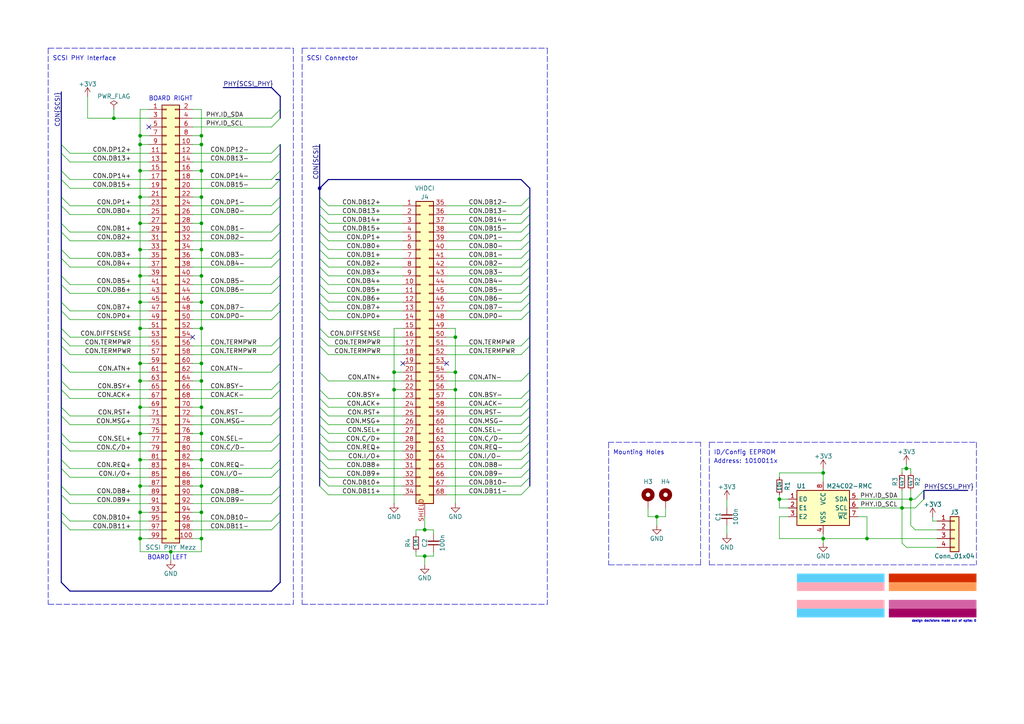
<source format=kicad_sch>
(kicad_sch (version 20231120) (generator "eeschema") (generator_version "8.0")
  (paper "A4")
  (title_block (title "Squishy -  ICD 50") (date "2024-08-22") (rev "1") (company "Shrine Maiden Heavy Industries") (comment 1 "License:  CERN-OHL-S") (comment 2 "© 2024 Aki 'lethalbit' Van Ness, et. al.") (comment 4 "Squishy - SCSI Multitool"))
  (bus_alias "SCSI" (members "DB0+" "DB0-" "DB1+" "DB1-" "DB2+" "DB2-" "DB3+" "DB3-" "DB4+" "DB4-" "DB5+" "DB5-" "DB6+" "DB6-" "DB7+" "DB7-" "DB8+" "DB8-" "DB9+" "DB9-" "DB10+" "DB10-" "DB11+" "DB11-" "DB12+" "DB12-" "DB13+" "DB13-" "DB14+" "DB14-" "DB15+" "DB15-" "DP0+" "DP0-" "DP1+" "DP1-" "ATN+" "ATN-" "BSY+" "BSY-" "ACK+" "ACK-" "RST+" "RST-" "MSG+" "MSG-" "SEL+" "SEL-" "C/D+" "C/D-" "REQ+" "REQ-" "I/O+" "I/O-" "DIFFSENSE" "TERMPWR"))
  (bus_alias "SCSI_PHY" (members "DB[0..15]" "DP[0..1]" "ATN" "BSY" "ACK" "RST" "MSG" "SEL" "C/D" "REQ" "I/O" "ID_SDA" "ID_SCL" "~{PHY_PRSNT}" "TERMPW_EN" "LS_CTRL[0..5]" "DBL_DIR" "DBH_DIR" "INIT_DIR" "TRGT_DIR" "SEL_DIR" "RST_DIR" "BSY_DIR"))
  (junction (at 40.64 87.63))
  (junction (at 40.64 41.91))
  (junction (at 226.06 144.78))
  (junction (at 40.64 133.35))
  (junction (at 58.42 80.01))
  (junction (at 238.76 137.16))
  (junction (at 58.42 64.77))
  (junction (at 123.19 153.67))
  (junction (at 58.42 118.11))
  (junction (at 114.3 113.03))
  (junction (at 40.64 110.49))
  (junction (at 40.64 148.59))
  (junction (at 58.42 41.91))
  (junction (at 58.42 133.35))
  (junction (at 40.64 95.25))
  (junction (at 190.5 149.86))
  (junction (at 114.3 107.95))
  (junction (at 261.62 147.32))
  (junction (at 132.08 113.03))
  (junction (at 58.42 125.73))
  (junction (at 40.64 64.77))
  (junction (at 58.42 87.63))
  (junction (at 92.71 54.61))
  (junction (at 40.64 39.37))
  (junction (at 40.64 156.21))
  (junction (at 58.42 140.97))
  (junction (at 58.42 49.53))
  (junction (at 262.89 135.89))
  (junction (at 132.08 97.79))
  (junction (at 58.42 72.39))
  (junction (at 264.16 144.78))
  (junction (at 40.64 140.97))
  (junction (at 40.64 72.39))
  (junction (at 58.42 39.37))
  (junction (at 58.42 110.49))
  (junction (at 40.64 118.11))
  (junction (at 123.19 161.29))
  (junction (at 40.64 57.15))
  (junction (at 251.46 156.21))
  (junction (at 58.42 105.41))
  (junction (at 238.76 156.21))
  (junction (at 58.42 57.15))
  (junction (at 58.42 148.59))
  (junction (at 49.53 160.02))
  (junction (at 40.64 80.01))
  (junction (at 40.64 125.73))
  (junction (at 58.42 156.21))
  (junction (at 132.08 107.95))
  (junction (at 33.02 34.29))
  (junction (at 58.42 95.25))
  (junction (at 40.64 49.53))
  (junction (at 40.64 105.41))
  (no_connect (at 55.88 97.79))
  (no_connect (at 116.84 105.41))
  (no_connect (at 129.54 105.41))
  (no_connect (at 43.18 36.83))
  (bus_entry (at 17.78 44.45) (size 2.54 2.54))
  (bus_entry (at 81.28 82.55) (size -2.54 2.54))
  (bus_entry (at 153.67 67.31) (size -2.54 2.54))
  (bus_entry (at 92.71 138.43) (size 2.54 2.54))
  (bus_entry (at 17.78 135.89) (size 2.54 2.54))
  (bus_entry (at 92.71 113.03) (size 2.54 2.54))
  (bus_entry (at 81.28 80.01) (size -2.54 2.54))
  (bus_entry (at 92.71 107.95) (size 2.54 2.54))
  (bus_entry (at 17.78 74.93) (size 2.54 2.54))
  (bus_entry (at 153.67 59.69) (size -2.54 2.54))
  (bus_entry (at 81.28 100.33) (size -2.54 2.54))
  (bus_entry (at 81.28 64.77) (size -2.54 2.54))
  (bus_entry (at 81.28 135.89) (size -2.54 2.54))
  (bus_entry (at 17.78 95.25) (size 2.54 2.54))
  (bus_entry (at 92.71 69.85) (size 2.54 2.54))
  (bus_entry (at 153.67 113.03) (size -2.54 2.54))
  (bus_entry (at 153.67 140.97) (size -2.54 2.54))
  (bus_entry (at 153.67 125.73) (size -2.54 2.54))
  (bus_entry (at 153.67 90.17) (size -2.54 2.54))
  (bus_entry (at 267.97 144.78) (size -2.54 2.54))
  (bus_entry (at 92.71 64.77) (size 2.54 2.54))
  (bus_entry (at 81.28 97.79) (size -2.54 2.54))
  (bus_entry (at 153.67 77.47) (size -2.54 2.54))
  (bus_entry (at 81.28 128.27) (size -2.54 2.54))
  (bus_entry (at 153.67 118.11) (size -2.54 2.54))
  (bus_entry (at 81.28 118.11) (size -2.54 2.54))
  (bus_entry (at 153.67 82.55) (size -2.54 2.54))
  (bus_entry (at 17.78 125.73) (size 2.54 2.54))
  (bus_entry (at 81.28 110.49) (size -2.54 2.54))
  (bus_entry (at 92.71 95.25) (size 2.54 2.54))
  (bus_entry (at 81.28 143.51) (size -2.54 2.54))
  (bus_entry (at 92.71 118.11) (size 2.54 2.54))
  (bus_entry (at 92.71 74.93) (size 2.54 2.54))
  (bus_entry (at 17.78 140.97) (size 2.54 2.54))
  (bus_entry (at 17.78 49.53) (size 2.54 2.54))
  (bus_entry (at 153.67 100.33) (size -2.54 2.54))
  (bus_entry (at 153.67 97.79) (size -2.54 2.54))
  (bus_entry (at 81.28 125.73) (size -2.54 2.54))
  (bus_entry (at 92.71 130.81) (size 2.54 2.54))
  (bus_entry (at 17.78 118.11) (size 2.54 2.54))
  (bus_entry (at 17.78 64.77) (size 2.54 2.54))
  (bus_entry (at 92.71 72.39) (size 2.54 2.54))
  (bus_entry (at 153.67 115.57) (size -2.54 2.54))
  (bus_entry (at 81.28 52.07) (size -2.54 2.54))
  (bus_entry (at 92.71 80.01) (size 2.54 2.54))
  (bus_entry (at 81.28 74.93) (size -2.54 2.54))
  (bus_entry (at 153.67 138.43) (size -2.54 2.54))
  (bus_entry (at 81.28 90.17) (size -2.54 2.54))
  (bus_entry (at 153.67 87.63) (size -2.54 2.54))
  (bus_entry (at 17.78 87.63) (size 2.54 2.54))
  (bus_entry (at 81.28 87.63) (size -2.54 2.54))
  (bus_entry (at 92.71 123.19) (size 2.54 2.54))
  (bus_entry (at 17.78 82.55) (size 2.54 2.54))
  (bus_entry (at 92.71 135.89) (size 2.54 2.54))
  (bus_entry (at 17.78 148.59) (size 2.54 2.54))
  (bus_entry (at 153.67 74.93) (size -2.54 2.54))
  (bus_entry (at 17.78 57.15) (size 2.54 2.54))
  (bus_entry (at 153.67 64.77) (size -2.54 2.54))
  (bus_entry (at 153.67 135.89) (size -2.54 2.54))
  (bus_entry (at 17.78 59.69) (size 2.54 2.54))
  (bus_entry (at 81.28 44.45) (size -2.54 2.54))
  (bus_entry (at 92.71 62.23) (size 2.54 2.54))
  (bus_entry (at 92.71 85.09) (size 2.54 2.54))
  (bus_entry (at 267.97 142.24) (size -2.54 2.54))
  (bus_entry (at 92.71 59.69) (size 2.54 2.54))
  (bus_entry (at 17.78 90.17) (size 2.54 2.54))
  (bus_entry (at 81.28 59.69) (size -2.54 2.54))
  (bus_entry (at 92.71 120.65) (size 2.54 2.54))
  (bus_entry (at 17.78 113.03) (size 2.54 2.54))
  (bus_entry (at 92.71 128.27) (size 2.54 2.54))
  (bus_entry (at 92.71 90.17) (size 2.54 2.54))
  (bus_entry (at 17.78 105.41) (size 2.54 2.54))
  (bus_entry (at 81.28 113.03) (size -2.54 2.54))
  (bus_entry (at 17.78 52.07) (size 2.54 2.54))
  (bus_entry (at 92.71 140.97) (size 2.54 2.54))
  (bus_entry (at 17.78 110.49) (size 2.54 2.54))
  (bus_entry (at 17.78 72.39) (size 2.54 2.54))
  (bus_entry (at 153.67 120.65) (size -2.54 2.54))
  (bus_entry (at 81.28 120.65) (size -2.54 2.54))
  (bus_entry (at 81.28 34.29) (size -2.54 2.54))
  (bus_entry (at 81.28 57.15) (size -2.54 2.54))
  (bus_entry (at 17.78 80.01) (size 2.54 2.54))
  (bus_entry (at 17.78 41.91) (size 2.54 2.54))
  (bus_entry (at 81.28 41.91) (size -2.54 2.54))
  (bus_entry (at 92.71 125.73) (size 2.54 2.54))
  (bus_entry (at 92.71 87.63) (size 2.54 2.54))
  (bus_entry (at 17.78 151.13) (size 2.54 2.54))
  (bus_entry (at 153.67 133.35) (size -2.54 2.54))
  (bus_entry (at 81.28 31.75) (size -2.54 2.54))
  (bus_entry (at 81.28 151.13) (size -2.54 2.54))
  (bus_entry (at 81.28 72.39) (size -2.54 2.54))
  (bus_entry (at 92.71 82.55) (size 2.54 2.54))
  (bus_entry (at 81.28 148.59) (size -2.54 2.54))
  (bus_entry (at 17.78 97.79) (size 2.54 2.54))
  (bus_entry (at 17.78 100.33) (size 2.54 2.54))
  (bus_entry (at 81.28 49.53) (size -2.54 2.54))
  (bus_entry (at 153.67 57.15) (size -2.54 2.54))
  (bus_entry (at 153.67 85.09) (size -2.54 2.54))
  (bus_entry (at 17.78 120.65) (size 2.54 2.54))
  (bus_entry (at 153.67 123.19) (size -2.54 2.54))
  (bus_entry (at 17.78 67.31) (size 2.54 2.54))
  (bus_entry (at 17.78 128.27) (size 2.54 2.54))
  (bus_entry (at 17.78 133.35) (size 2.54 2.54))
  (bus_entry (at 81.28 105.41) (size -2.54 2.54))
  (bus_entry (at 81.28 67.31) (size -2.54 2.54))
  (bus_entry (at 153.67 107.95) (size -2.54 2.54))
  (bus_entry (at 81.28 140.97) (size -2.54 2.54))
  (bus_entry (at 92.71 97.79) (size 2.54 2.54))
  (bus_entry (at 17.78 143.51) (size 2.54 2.54))
  (bus_entry (at 92.71 100.33) (size 2.54 2.54))
  (bus_entry (at 153.67 72.39) (size -2.54 2.54))
  (bus_entry (at 153.67 130.81) (size -2.54 2.54))
  (bus_entry (at 92.71 67.31) (size 2.54 2.54))
  (bus_entry (at 92.71 77.47) (size 2.54 2.54))
  (bus_entry (at 153.67 62.23) (size -2.54 2.54))
  (bus_entry (at 92.71 57.15) (size 2.54 2.54))
  (bus_entry (at 153.67 128.27) (size -2.54 2.54))
  (bus_entry (at 153.67 80.01) (size -2.54 2.54))
  (bus_entry (at 153.67 69.85) (size -2.54 2.54))
  (bus_entry (at 92.71 115.57) (size 2.54 2.54))
  (bus_entry (at 81.28 133.35) (size -2.54 2.54))
  (bus_entry (at 92.71 133.35) (size 2.54 2.54))
  (wire (pts (xy 95.25 110.49) (xy 116.84 110.49)))
  (wire (pts (xy 129.54 110.49) (xy 151.13 110.49)))
  (wire (pts (xy 114.3 113.03) (xy 116.84 113.03)))
  (wire (pts (xy 20.32 92.71) (xy 43.18 92.71)))
  (wire (pts (xy 20.32 67.31) (xy 43.18 67.31)))
  (wire (pts (xy 20.32 146.05) (xy 43.18 146.05)))
  (wire (pts (xy 55.88 156.21) (xy 58.42 156.21)))
  (wire (pts (xy 125.73 154.94) (xy 125.73 153.67)))
  (wire (pts (xy 20.32 97.79) (xy 43.18 97.79)))
  (bus (pts (xy 92.71 125.73) (xy 92.71 128.27)))
  (wire (pts (xy 55.88 31.75) (xy 58.42 31.75)))
  (wire (pts (xy 78.74 115.57) (xy 55.88 115.57)))
  (wire (pts (xy 95.25 143.51) (xy 116.84 143.51)))
  (wire (pts (xy 78.74 102.87) (xy 55.88 102.87)))
  (wire (pts (xy 55.88 57.15) (xy 58.42 57.15)))
  (bus (pts (xy 81.28 120.65) (xy 81.28 125.73)))
  (wire (pts (xy 20.32 123.19) (xy 43.18 123.19)))
  (wire (pts (xy 58.42 87.63) (xy 58.42 95.25)))
  (wire (pts (xy 95.25 100.33) (xy 116.84 100.33)))
  (bus (pts (xy 81.28 82.55) (xy 81.28 87.63)))
  (wire (pts (xy 78.74 74.93) (xy 55.88 74.93)))
  (polyline (pts (xy 176.53 128.27) (xy 176.53 163.83)) (stroke (width 0) (type dash)))
  (bus (pts (xy 17.78 95.25) (xy 17.78 97.79)))
  (wire (pts (xy 226.06 143.51) (xy 226.06 144.78)))
  (polyline (pts (xy 158.75 13.97) (xy 158.75 175.26)) (stroke (width 0) (type dash)))
  (bus (pts (xy 81.28 97.79) (xy 81.28 100.33)))
  (wire (pts (xy 129.54 95.25) (xy 132.08 95.25)))
  (wire (pts (xy 20.32 62.23) (xy 43.18 62.23)))
  (wire (pts (xy 151.13 100.33) (xy 129.54 100.33)))
  (wire (pts (xy 125.73 160.02) (xy 125.73 161.29)))
  (wire (pts (xy 114.3 107.95) (xy 116.84 107.95)))
  (wire (pts (xy 251.46 149.86) (xy 251.46 156.21)))
  (wire (pts (xy 264.16 142.24) (xy 264.16 144.78)))
  (wire (pts (xy 55.88 110.49) (xy 58.42 110.49)))
  (wire (pts (xy 95.25 85.09) (xy 116.84 85.09)))
  (wire (pts (xy 49.53 160.02) (xy 49.53 162.56)))
  (wire (pts (xy 55.88 41.91) (xy 58.42 41.91)))
  (wire (pts (xy 78.74 113.03) (xy 55.88 113.03)))
  (wire (pts (xy 78.74 153.67) (xy 55.88 153.67)))
  (wire (pts (xy 78.74 62.23) (xy 55.88 62.23)))
  (wire (pts (xy 123.19 153.67) (xy 125.73 153.67)))
  (bus (pts (xy 153.67 67.31) (xy 153.67 69.85)))
  (wire (pts (xy 25.4 27.94) (xy 25.4 34.29)))
  (wire (pts (xy 95.25 118.11) (xy 116.84 118.11)))
  (wire (pts (xy 43.18 57.15) (xy 40.64 57.15)))
  (wire (pts (xy 129.54 143.51) (xy 151.13 143.51)))
  (bus (pts (xy 81.28 100.33) (xy 81.28 105.41)))
  (bus (pts (xy 20.32 171.45) (xy 78.74 171.45)))
  (bus (pts (xy 153.67 72.39) (xy 153.67 74.93)))
  (bus (pts (xy 17.78 133.35) (xy 17.78 135.89)))
  (wire (pts (xy 33.02 34.29) (xy 43.18 34.29)))
  (bus (pts (xy 81.28 118.11) (xy 81.28 120.65)))
  (wire (pts (xy 40.64 64.77) (xy 40.64 72.39)))
  (wire (pts (xy 270.51 151.13) (xy 271.78 151.13)))
  (polyline (pts (xy 87.63 13.97) (xy 158.75 13.97)) (stroke (width 0) (type dash)))
  (wire (pts (xy 270.51 149.86) (xy 270.51 151.13)))
  (wire (pts (xy 20.32 69.85) (xy 43.18 69.85)))
  (wire (pts (xy 58.42 41.91) (xy 58.42 49.53)))
  (wire (pts (xy 114.3 113.03) (xy 114.3 146.05)))
  (bus (pts (xy 153.67 113.03) (xy 153.67 115.57)))
  (wire (pts (xy 78.74 67.31) (xy 55.88 67.31)))
  (bus (pts (xy 17.78 120.65) (xy 17.78 125.73)))
  (bus (pts (xy 81.28 128.27) (xy 81.28 133.35)))
  (wire (pts (xy 40.64 49.53) (xy 40.64 57.15)))
  (bus (pts (xy 81.28 64.77) (xy 81.28 67.31)))
  (wire (pts (xy 265.43 153.67) (xy 264.16 152.4)))
  (wire (pts (xy 95.25 74.93) (xy 116.84 74.93)))
  (bus (pts (xy 92.71 62.23) (xy 92.71 64.77)))
  (bus (pts (xy 153.67 62.23) (xy 153.67 64.77)))
  (wire (pts (xy 40.64 160.02) (xy 49.53 160.02)))
  (wire (pts (xy 20.32 77.47) (xy 43.18 77.47)))
  (wire (pts (xy 95.25 87.63) (xy 116.84 87.63)))
  (wire (pts (xy 40.64 72.39) (xy 40.64 80.01)))
  (bus (pts (xy 81.28 59.69) (xy 81.28 64.77)))
  (wire (pts (xy 95.25 69.85) (xy 116.84 69.85)))
  (wire (pts (xy 132.08 113.03) (xy 132.08 146.05)))
  (bus (pts (xy 81.28 49.53) (xy 81.28 52.07)))
  (wire (pts (xy 25.4 34.29) (xy 33.02 34.29)))
  (wire (pts (xy 58.42 80.01) (xy 58.42 87.63)))
  (bus (pts (xy 92.71 85.09) (xy 92.71 87.63)))
  (wire (pts (xy 43.18 95.25) (xy 40.64 95.25)))
  (wire (pts (xy 129.54 115.57) (xy 151.13 115.57)))
  (bus (pts (xy 95.25 52.07) (xy 151.13 52.07)))
  (bus (pts (xy 92.71 77.47) (xy 92.71 80.01)))
  (bus (pts (xy 17.78 105.41) (xy 17.78 110.49)))
  (bus (pts (xy 81.28 27.94) (xy 81.28 31.75)))
  (wire (pts (xy 95.25 72.39) (xy 116.84 72.39)))
  (wire (pts (xy 226.06 149.86) (xy 226.06 156.21)))
  (wire (pts (xy 78.74 77.47) (xy 55.88 77.47)))
  (wire (pts (xy 78.74 85.09) (xy 55.88 85.09)))
  (wire (pts (xy 40.64 41.91) (xy 40.64 49.53)))
  (bus (pts (xy 17.78 118.11) (xy 17.78 120.65)))
  (wire (pts (xy 78.74 90.17) (xy 55.88 90.17)))
  (wire (pts (xy 95.25 130.81) (xy 116.84 130.81)))
  (wire (pts (xy 33.02 31.75) (xy 33.02 34.29)))
  (bus (pts (xy 17.78 110.49) (xy 17.78 113.03)))
  (bus (pts (xy 153.67 59.69) (xy 153.67 62.23)))
  (wire (pts (xy 262.89 135.89) (xy 264.16 135.89)))
  (wire (pts (xy 55.88 87.63) (xy 58.42 87.63)))
  (wire (pts (xy 55.88 125.73) (xy 58.42 125.73)))
  (bus (pts (xy 81.28 31.75) (xy 81.28 34.29)))
  (wire (pts (xy 187.96 147.32) (xy 187.96 149.86)))
  (wire (pts (xy 226.06 144.78) (xy 228.6 144.78)))
  (wire (pts (xy 55.88 72.39) (xy 58.42 72.39)))
  (bus (pts (xy 267.97 142.24) (xy 280.67 142.24)))
  (wire (pts (xy 262.89 134.62) (xy 262.89 135.89)))
  (wire (pts (xy 114.3 95.25) (xy 114.3 107.95)))
  (wire (pts (xy 58.42 49.53) (xy 58.42 57.15)))
  (wire (pts (xy 251.46 156.21) (xy 271.78 156.21)))
  (wire (pts (xy 129.54 118.11) (xy 151.13 118.11)))
  (wire (pts (xy 43.18 64.77) (xy 40.64 64.77)))
  (bus (pts (xy 17.78 135.89) (xy 17.78 140.97)))
  (wire (pts (xy 271.78 153.67) (xy 265.43 153.67)))
  (wire (pts (xy 78.74 120.65) (xy 55.88 120.65)))
  (wire (pts (xy 129.54 80.01) (xy 151.13 80.01)))
  (bus (pts (xy 153.67 123.19) (xy 153.67 125.73)))
  (wire (pts (xy 58.42 95.25) (xy 58.42 105.41)))
  (polyline (pts (xy 13.97 13.97) (xy 13.97 175.26)) (stroke (width 0) (type dash)))
  (wire (pts (xy 43.18 110.49) (xy 40.64 110.49)))
  (wire (pts (xy 78.74 128.27) (xy 55.88 128.27)))
  (bus (pts (xy 81.28 80.01) (xy 81.28 82.55)))
  (wire (pts (xy 58.42 156.21) (xy 58.42 160.02)))
  (bus (pts (xy 92.71 87.63) (xy 92.71 90.17)))
  (bus (pts (xy 153.67 74.93) (xy 153.67 77.47)))
  (polyline (pts (xy 85.09 13.97) (xy 85.09 175.26)) (stroke (width 0) (type dash)))
  (bus (pts (xy 17.78 49.53) (xy 17.78 52.07)))
  (wire (pts (xy 55.88 118.11) (xy 58.42 118.11)))
  (wire (pts (xy 78.74 46.99) (xy 55.88 46.99)))
  (wire (pts (xy 129.54 113.03) (xy 132.08 113.03)))
  (wire (pts (xy 95.25 138.43) (xy 116.84 138.43)))
  (wire (pts (xy 40.64 110.49) (xy 40.64 118.11)))
  (bus (pts (xy 153.67 69.85) (xy 153.67 72.39)))
  (wire (pts (xy 129.54 135.89) (xy 151.13 135.89)))
  (wire (pts (xy 20.32 128.27) (xy 43.18 128.27)))
  (wire (pts (xy 55.88 36.83) (xy 78.74 36.83)))
  (wire (pts (xy 95.25 64.77) (xy 116.84 64.77)))
  (wire (pts (xy 129.54 120.65) (xy 151.13 120.65)))
  (bus (pts (xy 92.71 118.11) (xy 92.71 120.65)))
  (wire (pts (xy 20.32 113.03) (xy 43.18 113.03)))
  (bus (pts (xy 153.67 82.55) (xy 153.67 85.09)))
  (wire (pts (xy 55.88 105.41) (xy 58.42 105.41)))
  (wire (pts (xy 129.54 87.63) (xy 151.13 87.63)))
  (wire (pts (xy 55.88 39.37) (xy 58.42 39.37)))
  (bus (pts (xy 80.01 52.07) (xy 81.28 52.07)))
  (wire (pts (xy 95.25 80.01) (xy 116.84 80.01)))
  (wire (pts (xy 40.64 133.35) (xy 40.64 140.97)))
  (wire (pts (xy 55.88 80.01) (xy 58.42 80.01)))
  (wire (pts (xy 20.32 85.09) (xy 43.18 85.09)))
  (bus (pts (xy 92.71 67.31) (xy 92.71 69.85)))
  (wire (pts (xy 261.62 147.32) (xy 265.43 147.32)))
  (wire (pts (xy 129.54 85.09) (xy 151.13 85.09)))
  (wire (pts (xy 58.42 140.97) (xy 58.42 148.59)))
  (wire (pts (xy 43.18 72.39) (xy 40.64 72.39)))
  (bus (pts (xy 92.71 57.15) (xy 92.71 59.69)))
  (wire (pts (xy 40.64 31.75) (xy 40.64 39.37)))
  (bus (pts (xy 81.28 67.31) (xy 81.28 72.39)))
  (wire (pts (xy 132.08 97.79) (xy 132.08 107.95)))
  (bus (pts (xy 153.67 57.15) (xy 153.67 59.69)))
  (polyline (pts (xy 203.2 163.83) (xy 203.2 128.27)) (stroke (width 0) (type dash)))
  (wire (pts (xy 114.3 107.95) (xy 114.3 113.03)))
  (wire (pts (xy 95.25 77.47) (xy 116.84 77.47)))
  (bus (pts (xy 92.71 69.85) (xy 92.71 72.39)))
  (wire (pts (xy 123.19 149.86) (xy 123.19 153.67)))
  (wire (pts (xy 43.18 125.73) (xy 40.64 125.73)))
  (wire (pts (xy 120.65 153.67) (xy 123.19 153.67)))
  (wire (pts (xy 55.88 133.35) (xy 58.42 133.35)))
  (bus (pts (xy 151.13 52.07) (xy 153.67 54.61)))
  (bus (pts (xy 17.78 140.97) (xy 17.78 143.51)))
  (bus (pts (xy 17.78 148.59) (xy 17.78 151.13)))
  (wire (pts (xy 95.25 140.97) (xy 116.84 140.97)))
  (wire (pts (xy 95.25 97.79) (xy 116.84 97.79)))
  (bus (pts (xy 81.28 135.89) (xy 81.28 140.97)))
  (wire (pts (xy 20.32 120.65) (xy 43.18 120.65)))
  (wire (pts (xy 95.25 123.19) (xy 116.84 123.19)))
  (wire (pts (xy 55.88 148.59) (xy 58.42 148.59)))
  (wire (pts (xy 210.82 152.4) (xy 210.82 154.94)))
  (polyline (pts (xy 205.74 163.83) (xy 283.21 163.83)) (stroke (width 0) (type dash)))
  (polyline (pts (xy 13.97 175.26) (xy 85.09 175.26)) (stroke (width 0) (type dash)))
  (bus (pts (xy 153.67 115.57) (xy 153.67 118.11)))
  (wire (pts (xy 120.65 154.94) (xy 120.65 153.67)))
  (bus (pts (xy 17.78 168.91) (xy 20.32 171.45)))
  (polyline (pts (xy 176.53 163.83) (xy 203.2 163.83)) (stroke (width 0) (type dash)))
  (wire (pts (xy 120.65 161.29) (xy 123.19 161.29)))
  (bus (pts (xy 153.67 138.43) (xy 153.67 140.97)))
  (bus (pts (xy 92.71 74.93) (xy 92.71 77.47)))
  (polyline (pts (xy 13.97 13.97) (xy 85.09 13.97)) (stroke (width 0) (type dash)))
  (wire (pts (xy 20.32 153.67) (xy 43.18 153.67)))
  (bus (pts (xy 17.78 64.77) (xy 17.78 67.31)))
  (polyline (pts (xy 205.74 128.27) (xy 283.21 128.27)) (stroke (width 0) (type dash)))
  (bus (pts (xy 92.71 72.39) (xy 92.71 74.93)))
  (wire (pts (xy 43.18 80.01) (xy 40.64 80.01)))
  (wire (pts (xy 20.32 135.89) (xy 43.18 135.89)))
  (wire (pts (xy 226.06 156.21) (xy 238.76 156.21)))
  (wire (pts (xy 78.74 138.43) (xy 55.88 138.43)))
  (bus (pts (xy 17.78 100.33) (xy 17.78 105.41)))
  (bus (pts (xy 17.78 72.39) (xy 17.78 74.93)))
  (wire (pts (xy 271.78 158.75) (xy 262.89 158.75)))
  (polyline (pts (xy 87.63 13.97) (xy 87.63 175.26)) (stroke (width 0) (type dash)))
  (wire (pts (xy 261.62 135.89) (xy 261.62 137.16)))
  (bus (pts (xy 92.71 120.65) (xy 92.71 123.19)))
  (bus (pts (xy 92.71 59.69) (xy 92.71 62.23)))
  (wire (pts (xy 20.32 100.33) (xy 43.18 100.33)))
  (bus (pts (xy 81.28 72.39) (xy 81.28 74.93)))
  (bus (pts (xy 17.78 82.55) (xy 17.78 87.63)))
  (bus (pts (xy 92.71 64.77) (xy 92.71 67.31)))
  (bus (pts (xy 17.78 44.45) (xy 17.78 49.53)))
  (wire (pts (xy 95.25 135.89) (xy 116.84 135.89)))
  (bus (pts (xy 17.78 90.17) (xy 17.78 95.25)))
  (bus (pts (xy 17.78 52.07) (xy 17.78 57.15)))
  (bus (pts (xy 267.97 144.78) (xy 267.97 142.24)))
  (bus (pts (xy 153.67 64.77) (xy 153.67 67.31)))
  (bus (pts (xy 153.67 77.47) (xy 153.67 80.01)))
  (bus (pts (xy 81.28 87.63) (xy 81.28 90.17)))
  (wire (pts (xy 55.88 34.29) (xy 78.74 34.29)))
  (bus (pts (xy 17.78 97.79) (xy 17.78 100.33)))
  (wire (pts (xy 40.64 80.01) (xy 40.64 87.63)))
  (bus (pts (xy 81.28 41.91) (xy 81.28 44.45)))
  (bus (pts (xy 17.78 87.63) (xy 17.78 90.17)))
  (bus (pts (xy 78.74 171.45) (xy 81.28 168.91)))
  (wire (pts (xy 95.25 59.69) (xy 116.84 59.69)))
  (bus (pts (xy 81.28 57.15) (xy 81.28 59.69)))
  (wire (pts (xy 95.25 125.73) (xy 116.84 125.73)))
  (bus (pts (xy 153.67 135.89) (xy 153.67 138.43)))
  (wire (pts (xy 129.54 62.23) (xy 151.13 62.23)))
  (bus (pts (xy 17.78 113.03) (xy 17.78 118.11)))
  (wire (pts (xy 95.25 128.27) (xy 116.84 128.27)))
  (wire (pts (xy 78.74 92.71) (xy 55.88 92.71)))
  (wire (pts (xy 58.42 57.15) (xy 58.42 64.77)))
  (bus (pts (xy 92.71 135.89) (xy 92.71 138.43)))
  (wire (pts (xy 55.88 140.97) (xy 58.42 140.97)))
  (bus (pts (xy 92.71 100.33) (xy 92.71 107.95)))
  (bus (pts (xy 92.71 107.95) (xy 92.71 113.03)))
  (wire (pts (xy 129.54 74.93) (xy 151.13 74.93)))
  (bus (pts (xy 78.74 25.4) (xy 81.28 27.94)))
  (wire (pts (xy 129.54 64.77) (xy 151.13 64.77)))
  (wire (pts (xy 58.42 31.75) (xy 58.42 39.37)))
  (bus (pts (xy 81.28 90.17) (xy 81.28 97.79)))
  (wire (pts (xy 20.32 138.43) (xy 43.18 138.43)))
  (wire (pts (xy 20.32 82.55) (xy 43.18 82.55)))
  (wire (pts (xy 58.42 118.11) (xy 58.42 125.73)))
  (wire (pts (xy 40.64 118.11) (xy 40.64 125.73)))
  (bus (pts (xy 92.71 113.03) (xy 92.71 115.57)))
  (wire (pts (xy 40.64 156.21) (xy 40.64 160.02)))
  (bus (pts (xy 92.71 97.79) (xy 92.71 100.33)))
  (wire (pts (xy 238.76 154.94) (xy 238.76 156.21)))
  (wire (pts (xy 20.32 115.57) (xy 43.18 115.57)))
  (wire (pts (xy 55.88 95.25) (xy 58.42 95.25)))
  (bus (pts (xy 17.78 41.91) (xy 17.78 44.45)))
  (wire (pts (xy 129.54 133.35) (xy 151.13 133.35)))
  (wire (pts (xy 264.16 144.78) (xy 264.16 152.4)))
  (wire (pts (xy 120.65 160.02) (xy 120.65 161.29)))
  (wire (pts (xy 129.54 123.19) (xy 151.13 123.19)))
  (wire (pts (xy 78.74 59.69) (xy 55.88 59.69)))
  (wire (pts (xy 264.16 135.89) (xy 264.16 137.16)))
  (wire (pts (xy 78.74 146.05) (xy 55.88 146.05)))
  (wire (pts (xy 78.74 130.81) (xy 55.88 130.81)))
  (wire (pts (xy 78.74 151.13) (xy 55.88 151.13)))
  (bus (pts (xy 81.28 125.73) (xy 81.28 128.27)))
  (wire (pts (xy 40.64 148.59) (xy 40.64 156.21)))
  (bus (pts (xy 153.67 90.17) (xy 153.67 97.79)))
  (wire (pts (xy 193.04 147.32) (xy 193.04 149.86)))
  (wire (pts (xy 129.54 97.79) (xy 132.08 97.79)))
  (wire (pts (xy 129.54 82.55) (xy 151.13 82.55)))
  (wire (pts (xy 129.54 125.73) (xy 151.13 125.73)))
  (wire (pts (xy 95.25 115.57) (xy 116.84 115.57)))
  (wire (pts (xy 58.42 148.59) (xy 58.42 156.21)))
  (wire (pts (xy 226.06 137.16) (xy 226.06 138.43)))
  (wire (pts (xy 129.54 140.97) (xy 151.13 140.97)))
  (wire (pts (xy 43.18 87.63) (xy 40.64 87.63)))
  (wire (pts (xy 238.76 135.89) (xy 238.76 137.16)))
  (wire (pts (xy 40.64 140.97) (xy 40.64 148.59)))
  (bus (pts (xy 92.71 41.91) (xy 92.71 54.61)))
  (bus (pts (xy 153.67 54.61) (xy 153.67 57.15)))
  (wire (pts (xy 78.74 69.85) (xy 55.88 69.85)))
  (bus (pts (xy 92.71 82.55) (xy 92.71 85.09)))
  (wire (pts (xy 20.32 54.61) (xy 43.18 54.61)))
  (wire (pts (xy 129.54 90.17) (xy 151.13 90.17)))
  (wire (pts (xy 129.54 67.31) (xy 151.13 67.31)))
  (bus (pts (xy 81.28 110.49) (xy 81.28 113.03)))
  (bus (pts (xy 153.67 80.01) (xy 153.67 82.55)))
  (bus (pts (xy 92.71 133.35) (xy 92.71 135.89)))
  (wire (pts (xy 190.5 149.86) (xy 193.04 149.86)))
  (wire (pts (xy 58.42 39.37) (xy 58.42 41.91)))
  (bus (pts (xy 153.67 87.63) (xy 153.67 90.17)))
  (polyline (pts (xy 87.63 175.26) (xy 158.75 175.26)) (stroke (width 0) (type dash)))
  (wire (pts (xy 248.92 147.32) (xy 261.62 147.32)))
  (bus (pts (xy 153.67 118.11) (xy 153.67 120.65)))
  (wire (pts (xy 78.74 123.19) (xy 55.88 123.19)))
  (bus (pts (xy 81.28 151.13) (xy 81.28 168.91)))
  (bus (pts (xy 153.67 120.65) (xy 153.67 123.19)))
  (wire (pts (xy 20.32 90.17) (xy 43.18 90.17)))
  (bus (pts (xy 153.67 133.35) (xy 153.67 135.89)))
  (wire (pts (xy 20.32 74.93) (xy 43.18 74.93)))
  (bus (pts (xy 92.71 54.61) (xy 95.25 52.07)))
  (wire (pts (xy 43.18 31.75) (xy 40.64 31.75)))
  (bus (pts (xy 92.71 80.01) (xy 92.71 82.55)))
  (wire (pts (xy 129.54 130.81) (xy 151.13 130.81)))
  (wire (pts (xy 95.25 62.23) (xy 116.84 62.23)))
  (wire (pts (xy 261.62 142.24) (xy 261.62 147.32)))
  (wire (pts (xy 58.42 72.39) (xy 58.42 80.01)))
  (wire (pts (xy 116.84 95.25) (xy 114.3 95.25)))
  (wire (pts (xy 129.54 72.39) (xy 151.13 72.39)))
  (wire (pts (xy 40.64 105.41) (xy 43.18 105.41)))
  (wire (pts (xy 123.19 163.83) (xy 123.19 161.29)))
  (wire (pts (xy 78.74 143.51) (xy 55.88 143.51)))
  (wire (pts (xy 190.5 149.86) (xy 190.5 152.4)))
  (wire (pts (xy 40.64 125.73) (xy 40.64 133.35)))
  (wire (pts (xy 40.64 156.21) (xy 43.18 156.21)))
  (wire (pts (xy 129.54 92.71) (xy 151.13 92.71)))
  (bus (pts (xy 17.78 125.73) (xy 17.78 128.27)))
  (wire (pts (xy 129.54 59.69) (xy 151.13 59.69)))
  (wire (pts (xy 95.25 90.17) (xy 116.84 90.17)))
  (bus (pts (xy 81.28 44.45) (xy 81.28 49.53)))
  (wire (pts (xy 226.06 147.32) (xy 228.6 147.32)))
  (bus (pts (xy 17.78 57.15) (xy 17.78 59.69)))
  (bus (pts (xy 92.71 138.43) (xy 92.71 140.97)))
  (wire (pts (xy 43.18 118.11) (xy 40.64 118.11)))
  (wire (pts (xy 262.89 158.75) (xy 261.62 157.48)))
  (wire (pts (xy 261.62 135.89) (xy 262.89 135.89)))
  (bus (pts (xy 81.28 133.35) (xy 81.28 135.89)))
  (wire (pts (xy 78.74 44.45) (xy 55.88 44.45)))
  (wire (pts (xy 20.32 102.87) (xy 43.18 102.87)))
  (bus (pts (xy 153.67 128.27) (xy 153.67 130.81)))
  (wire (pts (xy 226.06 149.86) (xy 228.6 149.86)))
  (bus (pts (xy 92.71 130.81) (xy 92.71 133.35)))
  (wire (pts (xy 123.19 161.29) (xy 125.73 161.29)))
  (bus (pts (xy 153.67 97.79) (xy 153.67 100.33)))
  (wire (pts (xy 78.74 100.33) (xy 55.88 100.33)))
  (wire (pts (xy 151.13 102.87) (xy 129.54 102.87)))
  (bus (pts (xy 17.78 26.67) (xy 17.78 41.91)))
  (wire (pts (xy 20.32 46.99) (xy 43.18 46.99)))
  (wire (pts (xy 43.18 41.91) (xy 40.64 41.91)))
  (bus (pts (xy 92.71 115.57) (xy 92.71 118.11)))
  (bus (pts (xy 17.78 67.31) (xy 17.78 72.39)))
  (wire (pts (xy 95.25 82.55) (xy 116.84 82.55)))
  (wire (pts (xy 20.32 143.51) (xy 43.18 143.51)))
  (wire (pts (xy 238.76 156.21) (xy 251.46 156.21)))
  (wire (pts (xy 58.42 133.35) (xy 58.42 140.97)))
  (wire (pts (xy 238.76 156.21) (xy 238.76 157.48)))
  (bus (pts (xy 153.67 100.33) (xy 153.67 107.95)))
  (wire (pts (xy 40.64 148.59) (xy 43.18 148.59)))
  (bus (pts (xy 17.78 74.93) (xy 17.78 80.01)))
  (bus (pts (xy 81.28 148.59) (xy 81.28 151.13)))
  (bus (pts (xy 17.78 151.13) (xy 17.78 168.91)))
  (wire (pts (xy 226.06 137.16) (xy 238.76 137.16)))
  (bus (pts (xy 81.28 52.07) (xy 81.28 57.15)))
  (wire (pts (xy 40.64 105.41) (xy 40.64 110.49)))
  (polyline (pts (xy 205.74 128.27) (xy 205.74 163.83)) (stroke (width 0) (type dash)))
  (bus (pts (xy 92.71 54.61) (xy 92.71 57.15)))
  (wire (pts (xy 20.32 44.45) (xy 43.18 44.45)))
  (wire (pts (xy 40.64 39.37) (xy 40.64 41.91)))
  (wire (pts (xy 58.42 110.49) (xy 58.42 118.11)))
  (wire (pts (xy 261.62 147.32) (xy 261.62 157.48)))
  (bus (pts (xy 17.78 80.01) (xy 17.78 82.55)))
  (wire (pts (xy 95.25 67.31) (xy 116.84 67.31)))
  (wire (pts (xy 264.16 144.78) (xy 265.43 144.78)))
  (bus (pts (xy 153.67 130.81) (xy 153.67 133.35)))
  (polyline (pts (xy 283.21 128.27) (xy 283.21 163.83)) (stroke (width 0) (type dash)))
  (wire (pts (xy 58.42 64.77) (xy 58.42 72.39)))
  (wire (pts (xy 55.88 49.53) (xy 58.42 49.53)))
  (wire (pts (xy 40.64 95.25) (xy 40.64 105.41)))
  (wire (pts (xy 248.92 144.78) (xy 264.16 144.78)))
  (wire (pts (xy 43.18 49.53) (xy 40.64 49.53)))
  (wire (pts (xy 40.64 39.37) (xy 43.18 39.37)))
  (wire (pts (xy 78.74 107.95) (xy 55.88 107.95)))
  (wire (pts (xy 187.96 149.86) (xy 190.5 149.86)))
  (wire (pts (xy 226.06 144.78) (xy 226.06 147.32)))
  (wire (pts (xy 78.74 54.61) (xy 55.88 54.61)))
  (wire (pts (xy 95.25 133.35) (xy 116.84 133.35)))
  (bus (pts (xy 92.71 123.19) (xy 92.71 125.73)))
  (bus (pts (xy 92.71 95.25) (xy 92.71 97.79)))
  (bus (pts (xy 81.28 74.93) (xy 81.28 80.01)))
  (wire (pts (xy 20.32 59.69) (xy 43.18 59.69)))
  (bus (pts (xy 81.28 140.97) (xy 81.28 143.51)))
  (wire (pts (xy 95.25 92.71) (xy 116.84 92.71)))
  (bus (pts (xy 81.28 143.51) (xy 81.28 148.59)))
  (wire (pts (xy 43.18 133.35) (xy 40.64 133.35)))
  (wire (pts (xy 20.32 107.95) (xy 43.18 107.95)))
  (wire (pts (xy 20.32 52.07) (xy 43.18 52.07)))
  (bus (pts (xy 92.71 90.17) (xy 92.71 95.25)))
  (wire (pts (xy 20.32 151.13) (xy 43.18 151.13)))
  (bus (pts (xy 64.77 25.4) (xy 78.74 25.4)))
  (wire (pts (xy 40.64 87.63) (xy 40.64 95.25)))
  (wire (pts (xy 248.92 149.86) (xy 251.46 149.86)))
  (wire (pts (xy 129.54 69.85) (xy 151.13 69.85)))
  (bus (pts (xy 153.67 107.95) (xy 153.67 113.03)))
  (wire (pts (xy 78.74 82.55) (xy 55.88 82.55)))
  (wire (pts (xy 20.32 130.81) (xy 43.18 130.81)))
  (wire (pts (xy 129.54 77.47) (xy 151.13 77.47)))
  (wire (pts (xy 43.18 140.97) (xy 40.64 140.97)))
  (bus (pts (xy 92.71 128.27) (xy 92.71 130.81)))
  (wire (pts (xy 129.54 107.95) (xy 132.08 107.95)))
  (wire (pts (xy 129.54 128.27) (xy 151.13 128.27)))
  (bus (pts (xy 17.78 143.51) (xy 17.78 148.59)))
  (bus (pts (xy 153.67 125.73) (xy 153.67 128.27)))
  (wire (pts (xy 40.64 57.15) (xy 40.64 64.77)))
  (wire (pts (xy 210.82 147.32) (xy 210.82 144.78)))
  (wire (pts (xy 78.74 135.89) (xy 55.88 135.89)))
  (bus (pts (xy 81.28 113.03) (xy 81.28 118.11)))
  (bus (pts (xy 153.67 85.09) (xy 153.67 87.63)))
  (wire (pts (xy 58.42 125.73) (xy 58.42 133.35)))
  (wire (pts (xy 49.53 160.02) (xy 58.42 160.02)))
  (bus (pts (xy 17.78 128.27) (xy 17.78 133.35)))
  (wire (pts (xy 132.08 95.25) (xy 132.08 97.79)))
  (wire (pts (xy 132.08 107.95) (xy 132.08 113.03)))
  (wire (pts (xy 55.88 64.77) (xy 58.42 64.77)))
  (wire (pts (xy 95.25 120.65) (xy 116.84 120.65)))
  (wire (pts (xy 238.76 137.16) (xy 238.76 139.7)))
  (wire (pts (xy 78.74 52.07) (xy 55.88 52.07)))
  (wire (pts (xy 95.25 102.87) (xy 116.84 102.87)))
  (polyline (pts (xy 203.2 128.27) (xy 176.53 128.27)) (stroke (width 0) (type dash)))
  (wire (pts (xy 129.54 138.43) (xy 151.13 138.43)))
  (bus (pts (xy 81.28 105.41) (xy 81.28 110.49)))
  (wire (pts (xy 58.42 105.41) (xy 58.42 110.49)))
  (bus (pts (xy 17.78 59.69) (xy 17.78 64.77)))
  (text "Address: 1010011x" (at 207.01 133.858 0) (effects (font (size 1.27 1.27)) (justify left)))
  (text "Mounting Holes\n" (at 177.8 132.08 0) (effects (font (size 1.27 1.27)) (justify left bottom)))
  (text "BOARD RIGHT" (at 49.53 28.702 0) (effects (font (size 1.27 1.27))))
  (text "SCSI Connector" (at 88.9 17.78 0) (effects (font (size 1.27 1.27)) (justify left bottom)))
  (text "BOARD LEFT" (at 48.514 161.798 0) (effects (font (size 1.27 1.27))))
  (text "ID/Config EEPROM" (at 207.01 132.08 0) (effects (font (size 1.27 1.27)) (justify left bottom)))
  (text "SCSI PHY Interface" (at 15.24 17.78 0) (effects (font (size 1.27 1.27)) (justify left bottom)))
  (text "design decisions made out of spite: 0" (at 264.414 180.594 0) (effects (font (size 0.635 0.635)) (justify left bottom)))
  (label "CON.DP1-" (at 60.96 59.69 0))
  (label "CON.DB9-" (at 60.96 146.05 0))
  (label "CON.SEL-" (at 135.89 125.73 0))
  (label "CON.DB13-" (at 60.96 46.99 0))
  (label "CON.DB0+" (at 38.1 62.23 180))
  (label "CON.RST+" (at 110.49 120.65 180))
  (label "CON.DB11-" (at 60.96 153.67 0))
  (label "CON.DIFFSENSE" (at 38.1 97.79 180))
  (label "CON.DB7+" (at 110.49 90.17 180))
  (label "CON.DB15+" (at 38.1 54.61 180))
  (label "CON.ACK+" (at 110.49 118.11 180))
  (label "CON.RST-" (at 135.89 120.65 0))
  (label "CON.DB11+" (at 38.1 153.67 180))
  (label "CON.SEL-" (at 60.96 128.27 0))
  (label "CON.DB10-" (at 60.96 151.13 0))
  (label "CON.I{slash}O-" (at 60.96 138.43 0))
  (label "CON.TERMPWR" (at 110.49 100.33 180))
  (label "CON.DB3-" (at 60.96 74.93 0))
  (label "CON.REQ+" (at 38.1 135.89 180))
  (label "CON.ATN+" (at 38.1 107.95 180))
  (label "CON.DB4-" (at 135.89 82.55 0))
  (label "PHY{SCSI_PHY}" (at 64.77 25.4 0))
  (label "CON.BSY-" (at 60.96 113.03 0))
  (label "CON.SEL+" (at 110.49 125.73 180))
  (label "CON.BSY+" (at 38.1 113.03 180))
  (label "CON.DB15+" (at 110.49 67.31 180))
  (label "CON.DB10+" (at 110.49 140.97 180))
  (label "CON.DP1-" (at 135.89 69.85 0))
  (label "CON.ACK-" (at 60.96 115.57 0))
  (label "CON.DB14+" (at 110.49 64.77 180))
  (label "CON.DB0+" (at 110.49 72.39 180))
  (label "CON.DP14-" (at 60.96 52.07 0))
  (label "CON.DB1+" (at 110.49 74.93 180))
  (label "CON.DB4-" (at 60.96 77.47 0))
  (label "CON.REQ-" (at 60.96 135.89 0))
  (label "CON.DB10+" (at 38.1 151.13 180))
  (label "CON.ACK-" (at 135.89 118.11 0))
  (label "CON.ATN-" (at 60.96 107.95 0))
  (label "CON.I{slash}O+" (at 110.49 133.35 180))
  (label "CON.DB5+" (at 110.49 85.09 180))
  (label "PHY{SCSI_PHY}" (at 267.97 142.24 0))
  (label "CON.DB2-" (at 60.96 69.85 0))
  (label "CON.DP0-" (at 60.96 92.71 0))
  (label "CON.MSG-" (at 60.96 123.19 0))
  (label "CON.C{slash}D+" (at 110.49 128.27 180))
  (label "CON.DP12+" (at 38.1 44.45 180))
  (label "CON.DB5+" (at 38.1 82.55 180))
  (label "CON.DB15-" (at 135.89 67.31 0))
  (label "CON.I{slash}O-" (at 135.89 133.35 0))
  (label "CON.DB15-" (at 60.96 54.61 0))
  (label "CON.BSY+" (at 110.49 115.57 180))
  (label "CON.DB8-" (at 60.96 143.51 0))
  (label "PHY.ID_SDA" (at 59.69 34.29 0))
  (label "CON.ATN+" (at 110.49 110.49 180))
  (label "CON.DB13+" (at 38.1 46.99 180))
  (label "CON.DB10-" (at 135.89 140.97 0))
  (label "CON.DB5-" (at 135.89 85.09 0))
  (label "CON.RST-" (at 60.96 120.65 0))
  (label "CON.DB9+" (at 110.49 138.43 180))
  (label "CON.DP0+" (at 110.49 92.71 180))
  (label "CON.DB13+" (at 110.49 62.23 180))
  (label "CON.DP0-" (at 135.89 92.71 0))
  (label "CON.MSG+" (at 110.49 123.19 180))
  (label "CON.DB3+" (at 38.1 74.93 180))
  (label "CON.DB4+" (at 38.1 77.47 180))
  (label "CON.MSG+" (at 38.1 123.19 180))
  (label "CON.TERMPWR" (at 135.89 100.33 0))
  (label "CON.DB2+" (at 110.49 77.47 180))
  (label "CON.DP12-" (at 60.96 44.45 0))
  (label "CON.DP1+" (at 38.1 59.69 180))
  (label "CON.DB13-" (at 135.89 62.23 0))
  (label "CON.ACK+" (at 38.1 115.57 180))
  (label "CON.DB8+" (at 38.1 143.51 180))
  (label "CON.MSG-" (at 135.89 123.19 0))
  (label "CON{SCSI}" (at 92.71 52.07 90))
  (label "CON.TERMPWR" (at 110.49 102.87 180))
  (label "CON.BSY-" (at 135.89 115.57 0))
  (label "CON.DB2-" (at 135.89 77.47 0))
  (label "CON.C{slash}D+" (at 38.1 130.81 180))
  (label "CON.REQ+" (at 110.49 130.81 180))
  (label "CON.DB6+" (at 110.49 87.63 180))
  (label "CON.TERMPWR" (at 38.1 100.33 180))
  (label "CON.C{slash}D-" (at 60.96 130.81 0))
  (label "CON.DB6-" (at 60.96 85.09 0))
  (label "PHY.ID_SCL" (at 59.69 36.83 0))
  (label "CON.C{slash}D-" (at 135.89 128.27 0))
  (label "CON.DB12+" (at 110.49 59.69 180))
  (label "CON.DB5-" (at 60.96 82.55 0))
  (label "CON.DB8-" (at 135.89 135.89 0))
  (label "CON.DP0+" (at 38.1 92.71 180))
  (label "CON{SCSI}" (at 17.78 26.67 270))
  (label "CON.DB0-" (at 60.96 62.23 0))
  (label "CON.TERMPWR" (at 135.89 102.87 0))
  (label "CON.TERMPWR" (at 60.96 102.87 0))
  (label "CON.DP14+" (at 38.1 52.07 180))
  (label "CON.I{slash}O+" (at 38.1 138.43 180))
  (label "CON.DB0-" (at 135.89 72.39 0))
  (label "CON.REQ-" (at 135.89 130.81 0))
  (label "CON.DB7+" (at 38.1 90.17 180))
  (label "CON.DB9-" (at 135.89 138.43 0))
  (label "CON.DB7-" (at 135.89 90.17 0))
  (label "CON.DB2+" (at 38.1 69.85 180))
  (label "CON.DB3-" (at 135.89 80.01 0))
  (label "CON.DB11+" (at 110.49 143.51 180))
  (label "CON.DP1+" (at 110.49 69.85 180))
  (label "CON.DB3+" (at 110.49 80.01 180))
  (label "CON.DB11-" (at 135.89 143.51 0))
  (label "CON.DB1-" (at 60.96 67.31 0))
  (label "CON.DB4+" (at 110.49 82.55 180))
  (label "CON.TERMPWR" (at 38.1 102.87 180))
  (label "CON.RST+" (at 38.1 120.65 180))
  (label "CON.DB1+" (at 38.1 67.31 180))
  (label "CON.DB1-" (at 135.89 74.93 0))
  (label "CON.DB7-" (at 60.96 90.17 0))
  (label "PHY.ID_SCL" (at 260.35 147.32 180))
  (label "CON.DB9+" (at 38.1 146.05 180))
  (label "CON.DB6+" (at 38.1 85.09 180))
  (label "PHY.ID_SDA" (at 260.35 144.78 180))
  (label "CON.TERMPWR" (at 60.96 100.33 0))
  (label "CON.DB12-" (at 135.89 59.69 0))
  (label "CON.DB14-" (at 135.89 64.77 0))
  (label "CON.DB8+" (at 110.49 135.89 180))
  (label "CON.ATN-" (at 135.89 110.49 0))
  (label "CON.DB6-" (at 135.89 87.63 0))
  (label "CON.SEL+" (at 38.1 128.27 180))
  (label "CON.DIFFSENSE" (at 110.49 97.79 180))
  (symbol (lib_id "Device:R_Small") (at 261.62 139.7 0) (unit 1)
    (property "Reference" "R3" (at 260.35 139.7 90) (effects (justify bottom)))
    (property "Value" "4k7" (at 261.62 139.7 90) (effects (font (size 1 1))))
    (property "Footprint" "rhais_rcl:R0603" (effects (hide yes)))
    (property "Datasheet" "https://www.vishay.com/docs/20035/dcrcwe3.pdf" (effects (hide yes)))
    (property "MFR" "Vishay Dale" (effects (hide yes)))
    (property "MPN" "CRCW06034K70FKEA" (effects (hide yes)))
    (property "Tolerance" "±1% 1/10W" (effects (hide yes)))
    (property "SUPPLIER" "DigiKey" (effects (hide yes)))
    (property "SUPPLIER_OC" "541-4.70KHDKR-ND" (effects (hide yes)))
    (property "SUPPLIER_URL" "https://www.digikey.com/short/f3fq37nd" (effects (hide yes)))
  )
  (symbol (lib_id "power:GND") (at 49.53 162.56 0) (mirror y) (unit 1)
    (property "Reference" "#PWR02" (effects (hide yes)))
    (property "Value" "GND" (at 49.53 166.37 0))
    (property "Description" "Power symbol creates a global label with name \"GND\" , ground" (effects (hide yes)))
  )
  (symbol (lib_id "Device:C_Small") (at 210.82 149.86 180) (unit 1)
    (property "Reference" "C1" (at 208.28 149.86 90))
    (property "Value" "100n" (at 213.36 149.86 90))
    (property "Footprint" "rhais_rcl:C0603" (effects (hide yes)))
    (property "Datasheet" "https://content.kemet.com/datasheets/KEM_C1006_X5R_SMD.pdf" (effects (hide yes)))
    (property "MFR" "KEMET" (effects (hide yes)))
    (property "MPN" "C0603C104M5RACTU" (effects (hide yes)))
    (property "Tolerance" "±20% 50V" (effects (hide yes)))
    (property "SUPPLIER" "DigiKey" (effects (hide yes)))
    (property "SUPPLIER_OC" "399-C0603C104M5RAC7867DKR-ND" (effects (hide yes)))
    (property "SUPPLIER_URL" "https://www.digikey.com/short/8nqzrr4b" (effects (hide yes)))
  )
  (symbol (lib_id "power:PWR_FLAG") (at 33.02 31.75 0) (unit 1)
    (property "Reference" "#FLG01" (effects (hide yes)))
    (property "Value" "PWR_FLAG" (at 33.02 27.94 0))
    (property "Description" "Special symbol for telling ERC where power comes from" (effects (hide yes)))
  )
  (symbol (lib_id "lethalbit-connectors:Conn_02x34_Counter_Clockwise") (at 123.19 100.33 0) (unit 1)
    (property "Reference" "J4" (at 123.19 57.15 0))
    (property "Value" "VHDCI" (at 123.19 54.61 0))
    (property "Footprint" "lethalbit-connectors:5796055" (effects (hide yes)))
    (property "Description" "Generic connector, double row, 02x34 counter clockwise pin numbering scheme (similar to DIP package numbering), with shielding" (effects (hide yes)))
  )
  (symbol (lib_id "lethalbit-graphics:lesbian flag") (at 270.51 172.72 0) (unit 1) (in_bom no) (on_board no)
    (property "Reference" "G2" (effects (hide yes)))
    (property "Value" "Pride Flag" (effects (hide yes)))
    (property "MFR" "Lesbian" (effects (hide yes)))
  )
  (symbol (lib_id "power:+3V3") (at 270.51 149.86 0) (unit 1)
    (property "Reference" "#PWR04" (effects (hide yes)))
    (property "Value" "+3V3" (at 270.51 146.304 0))
    (property "Description" "Power symbol creates a global label with name \"+3V3\"" (effects (hide yes)))
  )
  (symbol (lib_id "lethalbit-connectors:Conn_02x50_Odd_Even") (at 49.53 92.71 0) (unit 1)
    (property "Reference" "J1" (effects (hide yes)))
    (property "Value" "SCSI PHY Mezz" (at 49.53 158.75 0))
    (property "Footprint" "lethalbit-connectors:1014457-10x80xLF" (effects (hide yes)))
    (property "Datasheet" "https://mm.digikey.com/Volume0/opasdata/d220001/medias/docus/6243/609_10144517.pdf" (effects (hide yes)))
    (property "MFR" "Amphenol ICC (FCI)" (effects (hide yes)))
    (property "MPN" "10144517-102802LF" (effects (hide yes)))
    (property "SUPPLIER" "DigiKey" (effects (hide yes)))
    (property "SUPPLIER_OC" "609-5442-1-ND" (effects (hide yes)))
    (property "SUPPLIER_URL" "https://www.digikey.com/short/h831vwdf" (effects (hide yes)))
  )
  (symbol (lib_id "lethalbit-graphics:trans flag") (at 243.84 172.72 0) (unit 1) (in_bom no) (on_board no)
    (property "Reference" "G1" (effects (hide yes)))
    (property "Value" "Pride Flag" (effects (hide yes)))
    (property "MFR" "Trans" (effects (hide yes)))
  )
  (symbol (lib_id "power:GND") (at 132.08 146.05 0) (mirror y) (unit 1)
    (property "Reference" "#PWR011" (effects (hide yes)))
    (property "Value" "GND" (at 132.08 149.86 0))
    (property "Description" "Power symbol creates a global label with name \"GND\" , ground" (effects (hide yes)))
  )
  (symbol (lib_id "power:+3V3") (at 25.4 27.94 0) (unit 1)
    (property "Reference" "#PWR03" (effects (hide yes)))
    (property "Value" "+3V3" (at 25.4 24.384 0))
    (property "Description" "Power symbol creates a global label with name \"+3V3\"" (effects (hide yes)))
  )
  (symbol (lib_id "power:GND") (at 123.19 163.83 0) (mirror y) (unit 1)
    (property "Reference" "#PWR012" (effects (hide yes)))
    (property "Value" "GND" (at 123.19 167.64 0))
    (property "Description" "Power symbol creates a global label with name \"GND\" , ground" (effects (hide yes)))
  )
  (symbol (lib_id "Connector_Generic:Conn_01x04") (at 276.86 153.67 0) (unit 1)
    (property "Reference" "J3" (at 276.86 148.59 0))
    (property "Value" "Conn_01x04" (at 276.86 161.29 0))
    (property "Footprint" "pkl_connectors_wuerth:490107670412-d" (effects (hide yes)))
    (property "Description" "Generic connector, single row, 01x04, script generated (kicad-library-utils/schlib/autogen/connector/)" (effects (hide yes)))
  )
  (symbol (lib_id "Device:R_Small") (at 264.16 139.7 0) (mirror y) (unit 1)
    (property "Reference" "R2" (at 265.43 139.7 90) (effects (justify bottom)))
    (property "Value" "4k7" (at 264.16 139.7 90) (effects (font (size 1 1))))
    (property "Footprint" "rhais_rcl:R0603" (effects (hide yes)))
    (property "Datasheet" "https://www.vishay.com/docs/20035/dcrcwe3.pdf" (effects (hide yes)))
    (property "MFR" "Vishay Dale" (effects (hide yes)))
    (property "MPN" "CRCW06034K70FKEA" (effects (hide yes)))
    (property "Tolerance" "±1% 1/10W" (effects (hide yes)))
    (property "SUPPLIER" "DigiKey" (effects (hide yes)))
    (property "SUPPLIER_OC" "541-4.70KHDKR-ND" (effects (hide yes)))
    (property "SUPPLIER_URL" "https://www.digikey.com/short/f3fq37nd" (effects (hide yes)))
  )
  (symbol (lib_id "power:GND") (at 238.76 157.48 0) (unit 1)
    (property "Reference" "#PWR07" (effects (hide yes)))
    (property "Value" "GND" (at 238.76 161.29 0))
    (property "Description" "Power symbol creates a global label with name \"GND\" , ground" (effects (hide yes)))
  )
  (symbol (lib_id "power:+3V3") (at 210.82 144.78 0) (unit 1)
    (property "Reference" "#PWR09" (effects (hide yes)))
    (property "Value" "+3V3" (at 210.82 141.224 0))
    (property "Description" "Power symbol creates a global label with name \"+3V3\"" (effects (hide yes)))
  )
  (symbol (lib_id "power:GND") (at 114.3 146.05 0) (mirror y) (unit 1)
    (property "Reference" "#PWR010" (effects (hide yes)))
    (property "Value" "GND" (at 114.3 149.86 0))
    (property "Description" "Power symbol creates a global label with name \"GND\" , ground" (effects (hide yes)))
  )
  (symbol (lib_id "power:GND") (at 210.82 154.94 0) (unit 1)
    (property "Reference" "#PWR06" (effects (hide yes)))
    (property "Value" "GND" (at 210.82 158.75 0))
    (property "Description" "Power symbol creates a global label with name \"GND\" , ground" (effects (hide yes)))
  )
  (symbol (lib_id "Device:C_Small") (at 125.73 157.48 180) (unit 1)
    (property "Reference" "C2" (at 123.19 157.48 90))
    (property "Value" "100n" (at 128.27 157.48 90))
    (property "Footprint" "rhais_rcl:C0603" (effects (hide yes)))
    (property "Datasheet" "https://content.kemet.com/datasheets/KEM_C1006_X5R_SMD.pdf" (effects (hide yes)))
    (property "MFR" "KEMET" (effects (hide yes)))
    (property "MPN" "C0603C104M5RACTU" (effects (hide yes)))
    (property "Tolerance" "±20% 50V" (effects (hide yes)))
    (property "SUPPLIER" "DigiKey" (effects (hide yes)))
    (property "SUPPLIER_OC" "399-C0603C104M5RAC7867DKR-ND" (effects (hide yes)))
    (property "SUPPLIER_URL" "https://www.digikey.com/short/8nqzrr4b" (effects (hide yes)))
  )
  (symbol (lib_id "Device:R_Small") (at 120.65 157.48 0) (mirror y) (unit 1)
    (property "Reference" "R4" (at 117.602 157.48 90) (effects (justify bottom)))
    (property "Value" "1M" (at 120.65 157.48 90) (effects (font (size 1 1))))
    (property "Footprint" "rhais_rcl:R0603" (effects (hide yes)))
    (property "SUPPLIER" "DigiKey" (effects (hide yes)))
  )
  (symbol (lib_id "Mechanical:MountingHole_Pad") (at 187.96 144.78 0) (unit 1) (in_bom no)
    (property "Reference" "H3" (at 187.96 139.7 0))
    (property "Value" "MountingHole" (effects (hide yes)))
    (property "Footprint" "MountingHole:MountingHole_3.2mm_M3_Pad" (effects (hide yes)))
    (property "MFR" "N/A" (effects (hide yes)))
    (property "MPN" "N/A" (effects (hide yes)))
  )
  (symbol (lib_id "Mechanical:MountingHole_Pad") (at 193.04 144.78 0) (unit 1) (in_bom no)
    (property "Reference" "H4" (at 193.04 139.7 0))
    (property "Value" "MountingHole" (effects (hide yes)))
    (property "Footprint" "MountingHole:MountingHole_3.2mm_M3_Pad" (effects (hide yes)))
    (property "MFR" "N/A" (effects (hide yes)))
    (property "MPN" "N/A" (effects (hide yes)))
  )
  (symbol (lib_id "power:+3V3") (at 238.76 135.89 0) (unit 1)
    (property "Reference" "#PWR08" (effects (hide yes)))
    (property "Value" "+3V3" (at 238.76 132.334 0))
    (property "Description" "Power symbol creates a global label with name \"+3V3\"" (effects (hide yes)))
  )
  (symbol (lib_id "Device:R_Small") (at 226.06 140.97 0) (mirror x) (unit 1)
    (property "Reference" "R1" (at 229.108 140.97 90) (effects (justify bottom)))
    (property "Value" "10k" (at 226.06 140.97 90) (effects (font (size 1 1))))
    (property "Footprint" "rhais_rcl:R0603" (effects (hide yes)))
    (property "Datasheet" "https://www.vishay.com/docs/20035/dcrcwe3.pdf" (effects (hide yes)))
    (property "MFR" "Vishay Dale" (effects (hide yes)))
    (property "MPN" "CRCW060310K0FKEA" (effects (hide yes)))
    (property "Tolerance" "±1% 1/10W" (effects (hide yes)))
    (property "SUPPLIER" "DigiKey" (effects (hide yes)))
    (property "SUPPLIER_OC" "541-10.0KHDKR-ND" (effects (hide yes)))
    (property "SUPPLIER_URL" "https://www.digikey.com/short/478v2810" (effects (hide yes)))
  )
  (symbol (lib_id "power:GND") (at 190.5 152.4 0) (unit 1)
    (property "Reference" "#PWR01" (effects (hide yes)))
    (property "Value" "GND" (at 190.5 156.21 0))
    (property "Description" "Power symbol creates a global label with name \"GND\" , ground" (effects (hide yes)))
  )
  (symbol (lib_id "lethalbit-memory:M24C02-RMC") (at 238.76 147.32 0) (unit 1)
    (property "Reference" "U1" (at 232.41 140.97 0))
    (property "Value" "M24C02-RMC" (at 246.38 140.97 0))
    (property "Footprint" "lethalbit-memory:ST_UFDFPN-8-1EP_2x3mm_P0.5mm_EP1.6x1.6mm" (effects (hide yes)))
    (property "Datasheet" "https://www.st.com/content/ccc/resource/technical/document/datasheet/b0/d8/50/40/5a/85/49/6f/DM00071904.pdf/files/DM00071904.pdf/jcr:content/translations/en.DM00071904.pdf" (effects (hide yes)))
    (property "Description" "2Kb (256x8) I2C Serial EEPROM, 1.8-5.5V,  UFDFPN8" (effects (hide yes)))
  )
  (symbol (lib_id "power:+3V3") (at 262.89 134.62 0) (unit 1)
    (property "Reference" "#PWR05" (effects (hide yes)))
    (property "Value" "+3V3" (at 262.89 131.064 0))
    (property "Description" "Power symbol creates a global label with name \"+3V3\"" (effects (hide yes)))
  )
)
</source>
